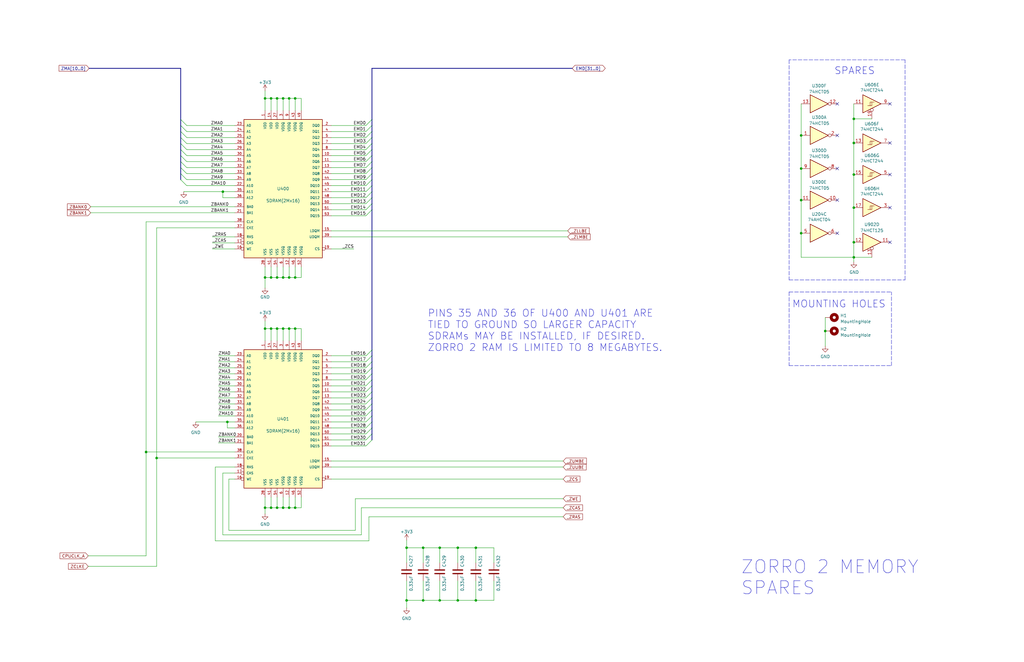
<source format=kicad_sch>
(kicad_sch (version 20211123) (generator eeschema)
  (paper "B")
  (title_block (title "Amiga N2630") (date "2022-05-31") (rev "2.0 QFP"))
  (lib_symbols
    (symbol "74xx:74HCT04"
      (property "Reference" "U" (at 0 1.27 0))
      (property "Value" "74HCT04" (at 0 -1.27 0))
      (symbol "74HCT04_1_0"
        (polyline (pts (xy -3.81 3.81) (xy -3.81 -3.81) (xy 3.81 0) (xy -3.81 3.81)) (stroke (width 0.254)) (fill (type background)))
        (pin input line (at -7.62 0 0) (length 3.81) (name "~") (number "1"))
        (pin output inverted (at 7.62 0 180) (length 3.81) (name "~") (number "2"))
      )
      (symbol "74HCT04_2_0"
        (polyline (pts (xy -3.81 3.81) (xy -3.81 -3.81) (xy 3.81 0) (xy -3.81 3.81)) (stroke (width 0.254)) (fill (type background)))
        (pin input line (at -7.62 0 0) (length 3.81) (name "~") (number "3"))
        (pin output inverted (at 7.62 0 180) (length 3.81) (name "~") (number "4"))
      )
      (symbol "74HCT04_3_0"
        (polyline (pts (xy -3.81 3.81) (xy -3.81 -3.81) (xy 3.81 0) (xy -3.81 3.81)) (stroke (width 0.254)) (fill (type background)))
        (pin input line (at -7.62 0 0) (length 3.81) (name "~") (number "5"))
        (pin output inverted (at 7.62 0 180) (length 3.81) (name "~") (number "6"))
      )
      (symbol "74HCT04_4_0"
        (polyline (pts (xy -3.81 3.81) (xy -3.81 -3.81) (xy 3.81 0) (xy -3.81 3.81)) (stroke (width 0.254)) (fill (type background)))
        (pin output inverted (at 7.62 0 180) (length 3.81) (name "~") (number "8"))
        (pin input line (at -7.62 0 0) (length 3.81) (name "~") (number "9"))
      )
      (symbol "74HCT04_5_0"
        (polyline (pts (xy -3.81 3.81) (xy -3.81 -3.81) (xy 3.81 0) (xy -3.81 3.81)) (stroke (width 0.254)) (fill (type background)))
        (pin output inverted (at 7.62 0 180) (length 3.81) (name "~") (number "10"))
        (pin input line (at -7.62 0 0) (length 3.81) (name "~") (number "11"))
      )
      (symbol "74HCT04_6_0"
        (polyline (pts (xy -3.81 3.81) (xy -3.81 -3.81) (xy 3.81 0) (xy -3.81 3.81)) (stroke (width 0.254)) (fill (type background)))
        (pin output inverted (at 7.62 0 180) (length 3.81) (name "~") (number "12"))
        (pin input line (at -7.62 0 0) (length 3.81) (name "~") (number "13"))
      )
      (symbol "74HCT04_7_0"
        (pin power_in line (at 0 12.7 270) (length 5.08) (name "VCC") (number "14"))
        (pin power_in line (at 0 -12.7 90) (length 5.08) (name "GND") (number "7"))
      )
      (symbol "74HCT04_7_1"
        (rectangle (start -5.08 7.62) (end 5.08 -7.62) (stroke (width 0.254)) (fill (type background)))
      )
    )
    (symbol "74xx:74LS05" (pin_names (offset 1.016))
      (property "Reference" "U" (at 0 1.27 0))
      (property "Value" "74LS05" (at 0 -1.27 0))
      (symbol "74LS05_1_0"
        (polyline (pts (xy -3.81 3.81) (xy -3.81 -3.81) (xy 3.81 0) (xy -3.81 3.81)) (stroke (width 0.254)) (fill (type background)))
        (pin input line (at -7.62 0 0) (length 3.81) (name "~") (number "1"))
        (pin open_collector inverted (at 7.62 0 180) (length 3.81) (name "~") (number "2"))
      )
      (symbol "74LS05_2_0"
        (polyline (pts (xy -3.81 3.81) (xy -3.81 -3.81) (xy 3.81 0) (xy -3.81 3.81)) (stroke (width 0.254)) (fill (type background)))
        (pin input line (at -7.62 0 0) (length 3.81) (name "~") (number "3"))
        (pin open_collector inverted (at 7.62 0 180) (length 3.81) (name "~") (number "4"))
      )
      (symbol "74LS05_3_0"
        (polyline (pts (xy -3.81 3.81) (xy -3.81 -3.81) (xy 3.81 0) (xy -3.81 3.81)) (stroke (width 0.254)) (fill (type background)))
        (pin input line (at -7.62 0 0) (length 3.81) (name "~") (number "5"))
        (pin open_collector inverted (at 7.62 0 180) (length 3.81) (name "~") (number "6"))
      )
      (symbol "74LS05_4_0"
        (polyline (pts (xy -3.81 3.81) (xy -3.81 -3.81) (xy 3.81 0) (xy -3.81 3.81)) (stroke (width 0.254)) (fill (type background)))
        (pin open_collector inverted (at 7.62 0 180) (length 3.81) (name "~") (number "8"))
        (pin input line (at -7.62 0 0) (length 3.81) (name "~") (number "9"))
      )
      (symbol "74LS05_5_0"
        (polyline (pts (xy -3.81 3.81) (xy -3.81 -3.81) (xy 3.81 0) (xy -3.81 3.81)) (stroke (width 0.254)) (fill (type background)))
        (pin open_collector inverted (at 7.62 0 180) (length 3.81) (name "~") (number "10"))
        (pin input line (at -7.62 0 0) (length 3.81) (name "~") (number "11"))
      )
      (symbol "74LS05_6_0"
        (polyline (pts (xy -3.81 3.81) (xy -3.81 -3.81) (xy 3.81 0) (xy -3.81 3.81)) (stroke (width 0.254)) (fill (type background)))
        (pin open_collector inverted (at 7.62 0 180) (length 3.81) (name "~") (number "12"))
        (pin input line (at -7.62 0 0) (length 3.81) (name "~") (number "13"))
      )
      (symbol "74LS05_7_0"
        (pin power_in line (at 0 12.7 270) (length 5.08) (name "VCC") (number "14"))
        (pin power_in line (at 0 -12.7 90) (length 5.08) (name "GND") (number "7"))
      )
      (symbol "74LS05_7_1"
        (rectangle (start -5.08 7.62) (end 5.08 -7.62) (stroke (width 0.254)) (fill (type background)))
      )
    )
    (symbol "74xx:74LS125" (pin_names (offset 1.016))
      (property "Reference" "U" (at 0 1.27 0))
      (property "Value" "74LS125" (at 0 -1.27 0))
      (symbol "74LS125_1_0"
        (polyline (pts (xy -3.81 3.81) (xy -3.81 -3.81) (xy 3.81 0) (xy -3.81 3.81)) (stroke (width 0.254)) (fill (type background)))
        (pin input inverted (at 0 -6.35 90) (length 4.445) (name "~") (number "1"))
        (pin input line (at -7.62 0 0) (length 3.81) (name "~") (number "2"))
        (pin tri_state line (at 7.62 0 180) (length 3.81) (name "~") (number "3"))
      )
      (symbol "74LS125_2_0"
        (polyline (pts (xy -3.81 3.81) (xy -3.81 -3.81) (xy 3.81 0) (xy -3.81 3.81)) (stroke (width 0.254)) (fill (type background)))
        (pin input inverted (at 0 -6.35 90) (length 4.445) (name "~") (number "4"))
        (pin input line (at -7.62 0 0) (length 3.81) (name "~") (number "5"))
        (pin tri_state line (at 7.62 0 180) (length 3.81) (name "~") (number "6"))
      )
      (symbol "74LS125_3_0"
        (polyline (pts (xy -3.81 3.81) (xy -3.81 -3.81) (xy 3.81 0) (xy -3.81 3.81)) (stroke (width 0.254)) (fill (type background)))
        (pin input inverted (at 0 -6.35 90) (length 4.445) (name "~") (number "10"))
        (pin tri_state line (at 7.62 0 180) (length 3.81) (name "~") (number "8"))
        (pin input line (at -7.62 0 0) (length 3.81) (name "~") (number "9"))
      )
      (symbol "74LS125_4_0"
        (polyline (pts (xy -3.81 3.81) (xy -3.81 -3.81) (xy 3.81 0) (xy -3.81 3.81)) (stroke (width 0.254)) (fill (type background)))
        (pin tri_state line (at 7.62 0 180) (length 3.81) (name "~") (number "11"))
        (pin input line (at -7.62 0 0) (length 3.81) (name "~") (number "12"))
        (pin input inverted (at 0 -6.35 90) (length 4.445) (name "~") (number "13"))
      )
      (symbol "74LS125_5_0"
        (pin power_in line (at 0 12.7 270) (length 5.08) (name "VCC") (number "14"))
        (pin power_in line (at 0 -12.7 90) (length 5.08) (name "GND") (number "7"))
      )
      (symbol "74LS125_5_1"
        (rectangle (start -5.08 7.62) (end 5.08 -7.62) (stroke (width 0.254)) (fill (type background)))
      )
    )
    (symbol "74xx:74LS244_Split"
      (property "Reference" "U" (at 0 1.27 0))
      (property "Value" "74LS244_Split" (at 0 -1.27 0))
      (symbol "74LS244_Split_1_0"
        (polyline (pts (xy -3.81 3.81) (xy -3.81 -3.81) (xy 3.81 0) (xy -3.81 3.81)) (stroke (width 0.254)) (fill (type background)))
        (pin input inverted (at 0 -6.35 90) (length 4.445) (name "~") (number "1"))
        (pin tri_state line (at 7.62 0 180) (length 3.81) (name "~") (number "18"))
        (pin input line (at -7.62 0 0) (length 3.81) (name "~") (number "2"))
      )
      (symbol "74LS244_Split_1_1"
        (polyline (pts (xy 0 0.762) (xy 0 -0.762) (xy -1.778 -0.762)))
        (polyline (pts (xy 1.016 0.762) (xy -0.762 0.762) (xy -0.762 -0.762)))
      )
      (symbol "74LS244_Split_2_0"
        (polyline (pts (xy -3.81 3.81) (xy -3.81 -3.81) (xy 3.81 0) (xy -3.81 3.81)) (stroke (width 0.254)) (fill (type background)))
        (pin tri_state line (at 7.62 0 180) (length 3.81) (name "~") (number "16"))
        (pin input line (at -7.62 0 0) (length 3.81) (name "~") (number "4"))
      )
      (symbol "74LS244_Split_2_1"
        (polyline (pts (xy 0 0.762) (xy 0 -0.762) (xy -1.778 -0.762)))
        (polyline (pts (xy 1.016 0.762) (xy -0.762 0.762) (xy -0.762 -0.762)))
      )
      (symbol "74LS244_Split_3_0"
        (polyline (pts (xy -3.81 3.81) (xy -3.81 -3.81) (xy 3.81 0) (xy -3.81 3.81)) (stroke (width 0.254)) (fill (type background)))
        (pin tri_state line (at 7.62 0 180) (length 3.81) (name "~") (number "14"))
        (pin input line (at -7.62 0 0) (length 3.81) (name "~") (number "6"))
      )
      (symbol "74LS244_Split_3_1"
        (polyline (pts (xy 0 0.762) (xy 0 -0.762) (xy -1.778 -0.762)))
        (polyline (pts (xy 1.016 0.762) (xy -0.762 0.762) (xy -0.762 -0.762)))
      )
      (symbol "74LS244_Split_4_0"
        (polyline (pts (xy -3.81 3.81) (xy -3.81 -3.81) (xy 3.81 0) (xy -3.81 3.81)) (stroke (width 0.254)) (fill (type background)))
        (pin tri_state line (at 7.62 0 180) (length 3.81) (name "~") (number "12"))
        (pin input line (at -7.62 0 0) (length 3.81) (name "~") (number "8"))
      )
      (symbol "74LS244_Split_4_1"
        (polyline (pts (xy 0 0.762) (xy 0 -0.762) (xy -1.778 -0.762)))
        (polyline (pts (xy 1.016 0.762) (xy -0.762 0.762) (xy -0.762 -0.762)))
      )
      (symbol "74LS244_Split_5_0"
        (polyline (pts (xy -3.81 3.81) (xy -3.81 -3.81) (xy 3.81 0) (xy -3.81 3.81)) (stroke (width 0.254)) (fill (type background)))
        (pin input line (at -7.62 0 0) (length 3.81) (name "~") (number "11"))
        (pin input inverted (at 0 -6.35 90) (length 4.445) (name "~") (number "19"))
        (pin tri_state line (at 7.62 0 180) (length 3.81) (name "~") (number "9"))
      )
      (symbol "74LS244_Split_5_1"
        (polyline (pts (xy 0 0.762) (xy 0 -0.762) (xy -1.778 -0.762)))
        (polyline (pts (xy 1.016 0.762) (xy -0.762 0.762) (xy -0.762 -0.762)))
      )
      (symbol "74LS244_Split_6_0"
        (polyline (pts (xy -3.81 3.81) (xy -3.81 -3.81) (xy 3.81 0) (xy -3.81 3.81)) (stroke (width 0.254)) (fill (type background)))
        (pin input line (at -7.62 0 0) (length 3.81) (name "~") (number "13"))
        (pin tri_state line (at 7.62 0 180) (length 3.81) (name "~") (number "7"))
      )
      (symbol "74LS244_Split_6_1"
        (polyline (pts (xy 0 0.762) (xy 0 -0.762) (xy -1.778 -0.762)))
        (polyline (pts (xy 1.016 0.762) (xy -0.762 0.762) (xy -0.762 -0.762)))
      )
      (symbol "74LS244_Split_7_0"
        (polyline (pts (xy -3.81 3.81) (xy -3.81 -3.81) (xy 3.81 0) (xy -3.81 3.81)) (stroke (width 0.254)) (fill (type background)))
        (pin input line (at -7.62 0 0) (length 3.81) (name "~") (number "15"))
        (pin tri_state line (at 7.62 0 180) (length 3.81) (name "~") (number "5"))
      )
      (symbol "74LS244_Split_7_1"
        (polyline (pts (xy 0 0.762) (xy 0 -0.762) (xy -1.778 -0.762)))
        (polyline (pts (xy 1.016 0.762) (xy -0.762 0.762) (xy -0.762 -0.762)))
      )
      (symbol "74LS244_Split_8_0"
        (polyline (pts (xy -3.81 3.81) (xy -3.81 -3.81) (xy 3.81 0) (xy -3.81 3.81)) (stroke (width 0.254)) (fill (type background)))
        (pin input line (at -7.62 0 0) (length 3.81) (name "~") (number "17"))
        (pin tri_state line (at 7.62 0 180) (length 3.81) (name "~") (number "3"))
      )
      (symbol "74LS244_Split_8_1"
        (polyline (pts (xy 0 0.762) (xy 0 -0.762) (xy -1.778 -0.762)))
        (polyline (pts (xy 1.016 0.762) (xy -0.762 0.762) (xy -0.762 -0.762)))
      )
      (symbol "74LS244_Split_9_0"
        (pin power_in line (at 0 -12.7 90) (length 5.08) (name "GND") (number "10"))
        (pin power_in line (at 0 12.7 270) (length 5.08) (name "VCC") (number "20"))
      )
      (symbol "74LS244_Split_9_1"
        (rectangle (start -5.08 7.62) (end 5.08 -7.62) (stroke (width 0.254)) (fill (type background)))
      )
    )
    (symbol "Device:C" (pin_numbers hide) (pin_names (offset 0.254))
      (property "Reference" "C" (at 0.635 2.54 0))
      (property "Value" "C" (at 0.635 -2.54 0))
      (symbol "C_0_1"
        (polyline (pts (xy -2.032 -0.762) (xy 2.032 -0.762)) (stroke (width 0.508)))
        (polyline (pts (xy -2.032 0.762) (xy 2.032 0.762)) (stroke (width 0.508)))
      )
      (symbol "C_1_1"
        (pin passive line (at 0 3.81 270) (length 2.794) (name "~") (number "1"))
        (pin passive line (at 0 -3.81 90) (length 2.794) (name "~") (number "2"))
      )
    )
    (symbol "Mechanical:MountingHole_Pad" (pin_numbers hide) (pin_names (offset 1.016) hide)
      (property "Reference" "H" (at 0 6.35 0))
      (property "Value" "MountingHole_Pad" (at 0 4.445 0))
      (symbol "MountingHole_Pad_0_1"
        (circle (center 0 1.27) (radius 1.27) (stroke (width 1.27)))
      )
      (symbol "MountingHole_Pad_1_1"
        (pin input line (at 0 -2.54 90) (length 2.54) (name "1") (number "1"))
      )
    )
    (symbol "N2630:SDRAM_256MB(16Mx16)" (pin_names (offset 1.016))
      (property "Reference" "U" (at -1.27 3.81 0))
      (property "Value" "SDRAM_256MB(16Mx16)" (at 0 -3.81 0))
      (symbol "SDRAM_256MB(16Mx16)_0_0"
        (pin input line (at -20.32 -3.81 0) (length 3.81) (name "A12") (number "36"))
      )
      (symbol "SDRAM_256MB(16Mx16)_0_1"
        (rectangle (start -16.51 29.21) (end 16.51 -29.21) (stroke (width 0.254)) (fill (type background)))
      )
      (symbol "SDRAM_256MB(16Mx16)_1_1"
        (pin power_in line (at -7.62 33.02 270) (length 3.81) (name "VDD") (number "1"))
        (pin bidirectional line (at 20.32 13.97 180) (length 3.81) (name "DQ5") (number "10"))
        (pin bidirectional line (at 20.32 11.43 180) (length 3.81) (name "DQ6") (number "11"))
        (pin power_in line (at 2.54 -33.02 90) (length 3.81) (name "VSSQ") (number "12"))
        (pin bidirectional line (at 20.32 8.89 180) (length 3.81) (name "DQ7") (number "13"))
        (pin power_in line (at -5.08 33.02 270) (length 3.81) (name "VDD") (number "14"))
        (pin input line (at 20.32 -17.78 180) (length 3.81) (name "LDQM") (number "15"))
        (pin input inverted (at -20.32 -25.4 0) (length 3.81) (name "WE") (number "16"))
        (pin input inverted (at -20.32 -22.86 0) (length 3.81) (name "CAS") (number "17"))
        (pin input inverted (at -20.32 -20.32 0) (length 3.81) (name "RAS") (number "18"))
        (pin input inverted (at 20.32 -25.4 180) (length 3.81) (name "CS") (number "19"))
        (pin bidirectional line (at 20.32 26.67 180) (length 3.81) (name "DQ0") (number "2"))
        (pin input line (at -20.32 -7.62 0) (length 3.81) (name "BA0") (number "20"))
        (pin input line (at -20.32 -10.16 0) (length 3.81) (name "BA1") (number "21"))
        (pin input line (at -20.32 1.27 0) (length 3.81) (name "A10") (number "22"))
        (pin input line (at -20.32 26.67 0) (length 3.81) (name "A0") (number "23"))
        (pin input line (at -20.32 24.13 0) (length 3.81) (name "A1") (number "24"))
        (pin input line (at -20.32 21.59 0) (length 3.81) (name "A2") (number "25"))
        (pin input line (at -20.32 19.05 0) (length 3.81) (name "A3") (number "26"))
        (pin power_in line (at -2.54 33.02 270) (length 3.81) (name "VDD") (number "27"))
        (pin power_in line (at -7.62 -33.02 90) (length 3.81) (name "VSS") (number "28"))
        (pin input line (at -20.32 16.51 0) (length 3.81) (name "A4") (number "29"))
        (pin power_in line (at 0 33.02 270) (length 3.81) (name "VDDQ") (number "3"))
        (pin input line (at -20.32 13.97 0) (length 3.81) (name "A5") (number "30"))
        (pin input line (at -20.32 11.43 0) (length 3.81) (name "A6") (number "31"))
        (pin input line (at -20.32 8.89 0) (length 3.81) (name "A7") (number "32"))
        (pin input line (at -20.32 6.35 0) (length 3.81) (name "A8") (number "33"))
        (pin input line (at -20.32 3.81 0) (length 3.81) (name "A9") (number "34"))
        (pin input line (at -20.32 -1.27 0) (length 3.81) (name "A11") (number "35"))
        (pin input line (at -20.32 -16.51 0) (length 3.81) (name "CKE") (number "37"))
        (pin input line (at -20.32 -13.97 0) (length 3.81) (name "CLK") (number "38"))
        (pin input line (at 20.32 -20.32 180) (length 3.81) (name "UDQM") (number "39"))
        (pin bidirectional line (at 20.32 24.13 180) (length 3.81) (name "DQ1") (number "4"))
        (pin power_in line (at -5.08 -33.02 90) (length 3.81) (name "VSS") (number "41"))
        (pin bidirectional line (at 20.32 6.35 180) (length 3.81) (name "DQ8") (number "42"))
        (pin power_in line (at 5.08 33.02 270) (length 3.81) (name "VDDQ") (number "43"))
        (pin bidirectional line (at 20.32 3.81 180) (length 3.81) (name "DQ9") (number "44"))
        (pin bidirectional line (at 20.32 1.27 180) (length 3.81) (name "DQ10") (number "45"))
        (pin power_in line (at 5.08 -33.02 90) (length 3.81) (name "VSSQ") (number "46"))
        (pin bidirectional line (at 20.32 -1.27 180) (length 3.81) (name "DQ11") (number "47"))
        (pin bidirectional line (at 20.32 -3.81 180) (length 3.81) (name "DQ12") (number "48"))
        (pin power_in line (at 7.62 33.02 270) (length 3.81) (name "VDDQ") (number "49"))
        (pin bidirectional line (at 20.32 21.59 180) (length 3.81) (name "DQ2") (number "5"))
        (pin bidirectional line (at 20.32 -6.35 180) (length 3.81) (name "DQ13") (number "50"))
        (pin bidirectional line (at 20.32 -8.89 180) (length 3.81) (name "DQ14") (number "51"))
        (pin power_in line (at 7.62 -33.02 90) (length 3.81) (name "VSSQ") (number "52"))
        (pin bidirectional line (at 20.32 -11.43 180) (length 3.81) (name "DQ15") (number "53"))
        (pin power_in line (at -2.54 -33.02 90) (length 3.81) (name "VSS") (number "54"))
        (pin power_in line (at 0 -33.02 90) (length 3.81) (name "VSSQ") (number "6"))
        (pin bidirectional line (at 20.32 19.05 180) (length 3.81) (name "DQ3") (number "7"))
        (pin bidirectional line (at 20.32 16.51 180) (length 3.81) (name "DQ4") (number "8"))
        (pin power_in line (at 2.54 33.02 270) (length 3.81) (name "VDDQ") (number "9"))
      )
    )
    (symbol "power:+3.3V" (power) (pin_names (offset 0))
      (property "Value" "+3.3V" (at 0 3.556 0))
      (symbol "+3.3V_0_1"
        (polyline (pts (xy -0.762 1.27) (xy 0 2.54)))
        (polyline (pts (xy 0 0) (xy 0 2.54)))
        (polyline (pts (xy 0 2.54) (xy 0.762 1.27)))
      )
      (symbol "+3.3V_1_1"
        (pin power_in line (at 0 0 90) (length 0) hide (name "+3V3") (number "1"))
      )
    )
    (symbol "power:GND" (power) (pin_names (offset 0))
      (property "Value" "GND" (at 0 -3.81 0))
      (symbol "GND_0_1"
        (polyline (pts (xy 0 0) (xy 0 -1.27) (xy 1.27 -1.27) (xy 0 -2.54) (xy -1.27 -1.27) (xy 0 -1.27)))
      )
      (symbol "GND_1_1"
        (pin power_in line (at 0 0 270) (length 0) hide (name "GND") (number "1"))
      )
    )
  )
  (junction (at 171.45 253.365))
  (junction (at 119.38 138.684))
  (junction (at 360.045 108.585))
  (junction (at 121.92 41.529))
  (junction (at 111.76 117.094))
  (junction (at 111.76 138.684))
  (junction (at 171.45 231.14))
  (junction (at 193.04 231.14))
  (junction (at 124.46 41.529))
  (junction (at 178.435 231.14))
  (junction (at 95.885 178.054))
  (junction (at 114.3 214.249))
  (junction (at 114.3 117.094))
  (junction (at 111.76 41.529))
  (junction (at 116.84 41.529))
  (junction (at 93.98 80.899))
  (junction (at 178.435 253.365))
  (junction (at 114.3 138.684))
  (junction (at 200.66 253.365))
  (junction (at 360.045 87.63))
  (junction (at 121.92 138.684))
  (junction (at 61.595 190.754))
  (junction (at 119.38 117.094))
  (junction (at 116.84 117.094))
  (junction (at 114.3 41.529))
  (junction (at 116.84 214.249))
  (junction (at 116.84 138.684))
  (junction (at 360.045 60.325))
  (junction (at 337.82 84.455))
  (junction (at 360.045 102.235))
  (junction (at 337.82 98.425))
  (junction (at 337.82 57.15))
  (junction (at 124.46 138.684))
  (junction (at 124.46 117.094))
  (junction (at 124.46 214.249))
  (junction (at 185.42 253.365))
  (junction (at 347.98 139.7))
  (junction (at 119.38 41.529))
  (junction (at 200.66 231.14))
  (junction (at 360.045 50.165))
  (junction (at 119.38 214.249))
  (junction (at 111.76 214.249))
  (junction (at 66.04 193.294))
  (junction (at 337.82 71.12))
  (junction (at 121.92 214.249))
  (junction (at 360.045 73.66))
  (junction (at 121.92 117.094))
  (junction (at 185.42 231.14))
  (junction (at 193.04 253.365))
  (no_connect (at 375.285 102.235))
  (no_connect (at 375.285 43.815))
  (no_connect (at 375.285 87.63))
  (no_connect (at 375.285 60.325))
  (no_connect (at 375.285 73.66))
  (no_connect (at 353.06 43.815))
  (no_connect (at 353.06 98.425))
  (no_connect (at 353.06 71.12))
  (no_connect (at 353.06 57.15))
  (no_connect (at 353.06 84.455))
  (bus_entry (at 154.305 152.654) (size 2.54 -2.54))
  (bus_entry (at 154.305 55.499) (size 2.54 -2.54))
  (bus_entry (at 154.305 175.514) (size 2.54 -2.54))
  (bus_entry (at 154.305 185.674) (size 2.54 -2.54))
  (bus_entry (at 154.305 65.659) (size 2.54 -2.54))
  (bus_entry (at 154.305 91.059) (size 2.54 -2.54))
  (bus_entry (at 154.305 157.734) (size 2.54 -2.54))
  (bus_entry (at 154.305 75.819) (size 2.54 -2.54))
  (bus_entry (at 154.305 188.214) (size 2.54 -2.54))
  (bus_entry (at 154.305 70.739) (size 2.54 -2.54))
  (bus_entry (at 154.305 165.354) (size 2.54 -2.54))
  (bus_entry (at 154.305 178.054) (size 2.54 -2.54))
  (bus_entry (at 154.305 80.899) (size 2.54 -2.54))
  (bus_entry (at 154.305 160.274) (size 2.54 -2.54))
  (bus_entry (at 154.305 162.814) (size 2.54 -2.54))
  (bus_entry (at 154.305 68.199) (size 2.54 -2.54))
  (bus_entry (at 154.305 58.039) (size 2.54 -2.54))
  (bus_entry (at 154.305 183.134) (size 2.54 -2.54))
  (bus_entry (at 154.305 85.979) (size 2.54 -2.54))
  (bus_entry (at 154.305 170.434) (size 2.54 -2.54))
  (bus_entry (at 154.432 150.114) (size 2.54 -2.54))
  (bus_entry (at 154.305 155.194) (size 2.54 -2.54))
  (bus_entry (at 154.305 180.594) (size 2.54 -2.54))
  (bus_entry (at 154.305 60.579) (size 2.54 -2.54))
  (bus_entry (at 154.305 73.279) (size 2.54 -2.54))
  (bus_entry (at 154.305 172.974) (size 2.54 -2.54))
  (bus_entry (at 154.305 88.519) (size 2.54 -2.54))
  (bus_entry (at 154.305 83.439) (size 2.54 -2.54))
  (bus_entry (at 154.305 52.959) (size 2.54 -2.54))
  (bus_entry (at 78.74 52.959) (size -2.54 -2.54))
  (bus_entry (at 78.74 55.499) (size -2.54 -2.54))
  (bus_entry (at 78.74 58.039) (size -2.54 -2.54))
  (bus_entry (at 78.74 60.579) (size -2.54 -2.54))
  (bus_entry (at 78.74 63.119) (size -2.54 -2.54))
  (bus_entry (at 78.74 70.739) (size -2.54 -2.54))
  (bus_entry (at 78.74 73.279) (size -2.54 -2.54))
  (bus_entry (at 78.74 75.819) (size -2.54 -2.54))
  (bus_entry (at 78.74 78.359) (size -2.54 -2.54))
  (bus_entry (at 78.74 68.199) (size -2.54 -2.54))
  (bus_entry (at 78.74 65.659) (size -2.54 -2.54))
  (bus_entry (at 154.305 78.359) (size 2.54 -2.54))
  (bus_entry (at 154.305 167.894) (size 2.54 -2.54))
  (bus_entry (at 154.305 63.119) (size 2.54 -2.54))
  (wire (pts (xy 92.075 165.354) (xy 99.06 165.354)))
  (wire (pts (xy 367.665 50.165) (xy 360.045 50.165)))
  (wire (pts (xy 139.7 162.814) (xy 154.305 162.814)))
  (wire (pts (xy 66.04 193.294) (xy 66.04 96.139)))
  (wire (pts (xy 93.98 199.644) (xy 93.98 225.679)))
  (wire (pts (xy 78.74 58.039) (xy 99.06 58.039)))
  (wire (pts (xy 111.76 214.249) (xy 114.3 214.249)))
  (bus (pts (xy 156.845 85.979) (xy 156.845 83.439)))
  (wire (pts (xy 139.7 160.274) (xy 154.305 160.274)))
  (wire (pts (xy 208.28 253.365) (xy 208.28 245.11)))
  (wire (pts (xy 121.92 138.684) (xy 121.92 143.764)))
  (wire (pts (xy 92.075 172.974) (xy 99.06 172.974)))
  (wire (pts (xy 121.92 209.804) (xy 121.92 214.249)))
  (wire (pts (xy 114.3 41.529) (xy 116.84 41.529)))
  (wire (pts (xy 127 209.804) (xy 127 214.249)))
  (wire (pts (xy 337.82 57.15) (xy 337.82 71.12)))
  (wire (pts (xy 78.74 78.359) (xy 99.06 78.359)))
  (wire (pts (xy 139.7 172.974) (xy 154.305 172.974)))
  (wire (pts (xy 139.7 180.594) (xy 154.305 180.594)))
  (wire (pts (xy 119.38 117.094) (xy 121.92 117.094)))
  (wire (pts (xy 116.84 138.684) (xy 116.84 143.764)))
  (wire (pts (xy 149.86 210.439) (xy 237.49 210.439)))
  (wire (pts (xy 114.3 138.684) (xy 116.84 138.684)))
  (wire (pts (xy 78.74 70.739) (xy 99.06 70.739)))
  (wire (pts (xy 124.46 112.649) (xy 124.46 117.094)))
  (wire (pts (xy 121.92 214.249) (xy 124.46 214.249)))
  (wire (pts (xy 116.84 112.649) (xy 116.84 117.094)))
  (wire (pts (xy 119.38 214.249) (xy 121.92 214.249)))
  (wire (pts (xy 96.52 223.774) (xy 149.86 223.774)))
  (wire (pts (xy 171.45 253.365) (xy 171.45 256.54)))
  (bus (pts (xy 37.592 28.829) (xy 76.2 28.829)))
  (bus (pts (xy 156.845 28.829) (xy 241.3 28.829)))
  (bus (pts (xy 76.2 68.199) (xy 76.2 65.659)))
  (bus (pts (xy 156.845 160.274) (xy 156.845 157.734)))
  (wire (pts (xy 111.76 46.609) (xy 111.76 41.529)))
  (bus (pts (xy 156.845 55.499) (xy 156.845 52.959)))
  (wire (pts (xy 95.885 178.054) (xy 99.06 178.054)))
  (bus (pts (xy 156.845 83.439) (xy 156.845 80.899)))
  (wire (pts (xy 171.45 253.365) (xy 178.435 253.365)))
  (wire (pts (xy 139.7 105.029) (xy 149.225 105.029)))
  (wire (pts (xy 78.74 73.279) (xy 99.06 73.279)))
  (bus (pts (xy 76.2 70.739) (xy 76.2 68.199)))
  (wire (pts (xy 360.045 108.585) (xy 360.045 110.49)))
  (wire (pts (xy 337.82 84.455) (xy 337.82 98.425)))
  (wire (pts (xy 208.28 231.14) (xy 200.66 231.14)))
  (wire (pts (xy 139.7 91.059) (xy 154.305 91.059)))
  (wire (pts (xy 139.7 185.674) (xy 154.305 185.674)))
  (wire (pts (xy 200.66 253.365) (xy 200.66 245.11)))
  (wire (pts (xy 193.04 237.49) (xy 193.04 231.14)))
  (wire (pts (xy 139.7 157.734) (xy 154.305 157.734)))
  (wire (pts (xy 337.82 43.815) (xy 337.82 57.15)))
  (wire (pts (xy 96.52 202.184) (xy 96.52 223.774)))
  (wire (pts (xy 99.06 93.599) (xy 61.595 93.599)))
  (wire (pts (xy 193.04 253.365) (xy 200.66 253.365)))
  (wire (pts (xy 124.46 138.684) (xy 124.46 143.764)))
  (wire (pts (xy 152.4 225.679) (xy 152.4 214.249)))
  (wire (pts (xy 78.74 52.959) (xy 99.06 52.959)))
  (bus (pts (xy 156.845 52.959) (xy 156.845 50.419)))
  (bus (pts (xy 156.845 178.054) (xy 156.845 175.514)))
  (wire (pts (xy 360.045 60.325) (xy 360.045 73.66)))
  (wire (pts (xy 111.76 117.094) (xy 111.76 121.539)))
  (bus (pts (xy 156.845 185.674) (xy 156.845 183.134)))
  (wire (pts (xy 139.7 167.894) (xy 154.305 167.894)))
  (bus (pts (xy 76.2 55.499) (xy 76.2 52.959)))
  (wire (pts (xy 139.7 152.654) (xy 154.305 152.654)))
  (wire (pts (xy 92.075 157.734) (xy 99.06 157.734)))
  (wire (pts (xy 200.66 231.14) (xy 193.04 231.14)))
  (wire (pts (xy 111.76 209.804) (xy 111.76 214.249)))
  (wire (pts (xy 139.7 65.659) (xy 154.305 65.659)))
  (wire (pts (xy 78.74 65.659) (xy 99.06 65.659)))
  (wire (pts (xy 116.84 138.684) (xy 119.38 138.684)))
  (wire (pts (xy 78.74 55.499) (xy 99.06 55.499)))
  (wire (pts (xy 99.06 199.644) (xy 93.98 199.644)))
  (wire (pts (xy 114.3 117.094) (xy 116.84 117.094)))
  (wire (pts (xy 139.7 78.359) (xy 154.305 78.359)))
  (bus (pts (xy 156.845 183.134) (xy 156.845 180.594)))
  (wire (pts (xy 360.045 73.66) (xy 360.045 87.63)))
  (wire (pts (xy 360.045 108.585) (xy 337.82 108.585)))
  (wire (pts (xy 90.805 228.219) (xy 155.575 228.219)))
  (polyline (pts (xy 332.74 25.273) (xy 332.74 118.11)))
  (bus (pts (xy 156.845 78.359) (xy 156.845 75.819)))
  (wire (pts (xy 92.075 160.274) (xy 99.06 160.274)))
  (polyline (pts (xy 375.92 154.305) (xy 375.92 123.19)))
  (bus (pts (xy 156.845 58.039) (xy 156.845 55.499)))
  (bus (pts (xy 156.845 165.354) (xy 156.845 162.814)))
  (wire (pts (xy 124.46 138.684) (xy 127 138.684)))
  (wire (pts (xy 178.435 245.11) (xy 178.435 253.365)))
  (bus (pts (xy 156.845 155.194) (xy 156.845 152.654)))
  (wire (pts (xy 61.595 93.599) (xy 61.595 190.754)))
  (wire (pts (xy 61.595 190.754) (xy 61.595 234.569)))
  (wire (pts (xy 139.7 85.979) (xy 154.305 85.979)))
  (bus (pts (xy 156.845 80.899) (xy 156.845 78.359)))
  (wire (pts (xy 200.66 253.365) (xy 208.28 253.365)))
  (polyline (pts (xy 381.635 25.273) (xy 332.74 25.273)))
  (wire (pts (xy 139.7 150.114) (xy 154.432 150.114)))
  (wire (pts (xy 139.7 55.499) (xy 154.305 55.499)))
  (wire (pts (xy 139.7 60.579) (xy 154.305 60.579)))
  (polyline (pts (xy 332.74 123.19) (xy 332.74 154.305)))
  (wire (pts (xy 139.7 73.279) (xy 154.305 73.279)))
  (wire (pts (xy 178.435 253.365) (xy 185.42 253.365)))
  (bus (pts (xy 156.845 73.279) (xy 156.845 70.739)))
  (wire (pts (xy 93.98 83.439) (xy 93.98 80.899)))
  (wire (pts (xy 360.045 43.815) (xy 360.045 50.165)))
  (bus (pts (xy 156.845 175.514) (xy 156.845 172.974)))
  (wire (pts (xy 152.4 214.249) (xy 237.49 214.249)))
  (wire (pts (xy 127 138.684) (xy 127 143.764)))
  (wire (pts (xy 78.74 63.119) (xy 99.06 63.119)))
  (bus (pts (xy 76.2 52.959) (xy 76.2 50.419)))
  (wire (pts (xy 89.535 105.029) (xy 99.06 105.029)))
  (wire (pts (xy 92.075 184.404) (xy 99.06 184.404)))
  (wire (pts (xy 139.7 197.104) (xy 237.49 197.104)))
  (wire (pts (xy 111.76 41.529) (xy 114.3 41.529)))
  (wire (pts (xy 92.075 186.944) (xy 99.06 186.944)))
  (wire (pts (xy 119.38 112.649) (xy 119.38 117.094)))
  (wire (pts (xy 89.535 102.489) (xy 99.06 102.489)))
  (wire (pts (xy 111.76 117.094) (xy 114.3 117.094)))
  (wire (pts (xy 116.84 117.094) (xy 119.38 117.094)))
  (wire (pts (xy 139.7 194.564) (xy 237.49 194.564)))
  (wire (pts (xy 61.595 190.754) (xy 99.06 190.754)))
  (wire (pts (xy 114.3 112.649) (xy 114.3 117.094)))
  (wire (pts (xy 171.45 245.11) (xy 171.45 253.365)))
  (wire (pts (xy 114.3 214.249) (xy 116.84 214.249)))
  (wire (pts (xy 139.7 165.354) (xy 154.305 165.354)))
  (wire (pts (xy 116.84 41.529) (xy 116.84 46.609)))
  (wire (pts (xy 139.7 68.199) (xy 154.305 68.199)))
  (wire (pts (xy 92.075 150.114) (xy 99.06 150.114)))
  (wire (pts (xy 111.76 214.249) (xy 111.76 216.789)))
  (wire (pts (xy 139.7 63.119) (xy 154.305 63.119)))
  (wire (pts (xy 119.38 138.684) (xy 121.92 138.684)))
  (wire (pts (xy 139.7 58.039) (xy 154.305 58.039)))
  (wire (pts (xy 139.7 183.134) (xy 154.305 183.134)))
  (wire (pts (xy 337.82 71.12) (xy 337.82 84.455)))
  (bus (pts (xy 156.845 180.594) (xy 156.845 178.054)))
  (wire (pts (xy 124.46 41.529) (xy 124.46 46.609)))
  (wire (pts (xy 66.04 193.294) (xy 99.06 193.294)))
  (wire (pts (xy 119.38 41.529) (xy 119.38 46.609)))
  (wire (pts (xy 193.04 253.365) (xy 193.04 245.11)))
  (wire (pts (xy 178.435 231.14) (xy 178.435 237.49)))
  (wire (pts (xy 111.76 135.509) (xy 111.76 138.684)))
  (wire (pts (xy 111.76 112.649) (xy 111.76 117.094)))
  (wire (pts (xy 99.06 197.104) (xy 90.805 197.104)))
  (wire (pts (xy 78.74 60.579) (xy 99.06 60.579)))
  (wire (pts (xy 139.7 202.184) (xy 237.49 202.184)))
  (wire (pts (xy 139.7 178.054) (xy 154.305 178.054)))
  (wire (pts (xy 139.7 83.439) (xy 154.305 83.439)))
  (bus (pts (xy 156.845 152.654) (xy 156.845 150.114)))
  (wire (pts (xy 347.98 133.985) (xy 347.98 139.7)))
  (wire (pts (xy 139.7 88.519) (xy 154.305 88.519)))
  (wire (pts (xy 99.06 180.594) (xy 95.885 180.594)))
  (bus (pts (xy 76.2 58.039) (xy 76.2 55.499)))
  (wire (pts (xy 185.42 231.14) (xy 178.435 231.14)))
  (wire (pts (xy 111.76 38.354) (xy 111.76 41.529)))
  (wire (pts (xy 92.075 162.814) (xy 99.06 162.814)))
  (wire (pts (xy 139.7 155.194) (xy 154.305 155.194)))
  (wire (pts (xy 200.66 237.49) (xy 200.66 231.14)))
  (bus (pts (xy 156.845 167.894) (xy 156.845 165.354)))
  (bus (pts (xy 156.845 172.974) (xy 156.845 170.434)))
  (wire (pts (xy 208.28 237.49) (xy 208.28 231.14)))
  (wire (pts (xy 185.42 245.11) (xy 185.42 253.365)))
  (wire (pts (xy 124.46 41.529) (xy 127 41.529)))
  (wire (pts (xy 92.075 167.894) (xy 99.06 167.894)))
  (wire (pts (xy 139.7 80.899) (xy 154.305 80.899)))
  (wire (pts (xy 178.435 231.14) (xy 171.45 231.14)))
  (wire (pts (xy 139.7 97.409) (xy 239.395 97.409)))
  (wire (pts (xy 78.74 75.819) (xy 99.06 75.819)))
  (wire (pts (xy 121.92 112.649) (xy 121.92 117.094)))
  (bus (pts (xy 156.845 150.114) (xy 156.845 88.519)))
  (wire (pts (xy 149.86 223.774) (xy 149.86 210.439)))
  (wire (pts (xy 111.76 143.764) (xy 111.76 138.684)))
  (wire (pts (xy 124.46 117.094) (xy 127 117.094)))
  (wire (pts (xy 360.045 50.165) (xy 360.045 60.325)))
  (wire (pts (xy 99.06 202.184) (xy 96.52 202.184)))
  (wire (pts (xy 139.7 70.739) (xy 154.305 70.739)))
  (bus (pts (xy 156.845 65.659) (xy 156.845 63.119)))
  (polyline (pts (xy 332.74 154.305) (xy 375.92 154.305)))
  (wire (pts (xy 114.3 209.804) (xy 114.3 214.249)))
  (bus (pts (xy 156.845 68.199) (xy 156.845 65.659)))
  (wire (pts (xy 99.06 83.439) (xy 93.98 83.439)))
  (bus (pts (xy 76.2 75.819) (xy 76.2 73.279)))
  (bus (pts (xy 76.2 65.659) (xy 76.2 63.119)))
  (polyline (pts (xy 332.74 118.11) (xy 381.635 118.11)))
  (wire (pts (xy 139.7 75.819) (xy 154.305 75.819)))
  (bus (pts (xy 156.845 170.434) (xy 156.845 167.894)))
  (bus (pts (xy 156.845 70.739) (xy 156.845 68.199)))
  (bus (pts (xy 76.2 60.579) (xy 76.2 58.039)))
  (wire (pts (xy 37.211 239.014) (xy 66.04 239.014)))
  (wire (pts (xy 92.075 155.194) (xy 99.06 155.194)))
  (wire (pts (xy 77.47 80.899) (xy 93.98 80.899)))
  (wire (pts (xy 121.92 41.529) (xy 124.46 41.529)))
  (wire (pts (xy 185.42 231.14) (xy 185.42 237.49)))
  (wire (pts (xy 119.38 209.804) (xy 119.38 214.249)))
  (wire (pts (xy 89.535 99.949) (xy 99.06 99.949)))
  (wire (pts (xy 92.075 175.514) (xy 99.06 175.514)))
  (wire (pts (xy 114.3 41.529) (xy 114.3 46.609)))
  (bus (pts (xy 156.845 88.519) (xy 156.845 85.979)))
  (wire (pts (xy 116.84 209.804) (xy 116.84 214.249)))
  (wire (pts (xy 121.92 138.684) (xy 124.46 138.684)))
  (wire (pts (xy 127 112.649) (xy 127 117.094)))
  (wire (pts (xy 171.45 231.14) (xy 171.45 237.49)))
  (bus (pts (xy 156.845 75.819) (xy 156.845 73.279)))
  (wire (pts (xy 92.075 152.654) (xy 99.06 152.654)))
  (wire (pts (xy 90.805 197.104) (xy 90.805 228.219)))
  (wire (pts (xy 66.04 96.139) (xy 99.06 96.139)))
  (wire (pts (xy 124.46 209.804) (xy 124.46 214.249)))
  (bus (pts (xy 156.845 50.419) (xy 156.845 28.829)))
  (wire (pts (xy 139.7 175.514) (xy 154.305 175.514)))
  (wire (pts (xy 93.98 80.899) (xy 99.06 80.899)))
  (wire (pts (xy 127 41.529) (xy 127 46.609)))
  (wire (pts (xy 185.42 253.365) (xy 193.04 253.365)))
  (wire (pts (xy 155.575 228.219) (xy 155.575 218.059)))
  (wire (pts (xy 193.04 231.14) (xy 185.42 231.14)))
  (wire (pts (xy 121.92 41.529) (xy 121.92 46.609)))
  (wire (pts (xy 37.211 234.569) (xy 61.595 234.569)))
  (wire (pts (xy 114.3 138.684) (xy 114.3 143.764)))
  (polyline (pts (xy 332.74 123.19) (xy 375.92 123.19)))
  (wire (pts (xy 360.045 108.585) (xy 367.665 108.585)))
  (wire (pts (xy 93.98 225.679) (xy 152.4 225.679)))
  (wire (pts (xy 347.98 139.7) (xy 347.98 146.05)))
  (polyline (pts (xy 381.635 118.11) (xy 381.635 25.273)))
  (bus (pts (xy 156.845 60.579) (xy 156.845 58.039)))
  (wire (pts (xy 38.227 87.249) (xy 99.06 87.249)))
  (wire (pts (xy 139.7 52.959) (xy 154.305 52.959)))
  (wire (pts (xy 360.045 87.63) (xy 360.045 102.235)))
  (wire (pts (xy 116.84 41.529) (xy 119.38 41.529)))
  (bus (pts (xy 76.2 63.119) (xy 76.2 60.579)))
  (wire (pts (xy 139.7 188.214) (xy 154.305 188.214)))
  (wire (pts (xy 82.55 178.054) (xy 95.885 178.054)))
  (wire (pts (xy 95.885 178.054) (xy 95.885 180.594)))
  (wire (pts (xy 139.7 99.949) (xy 239.395 99.949)))
  (wire (pts (xy 92.075 170.434) (xy 99.06 170.434)))
  (wire (pts (xy 139.7 170.434) (xy 154.305 170.434)))
  (wire (pts (xy 155.575 218.059) (xy 237.49 218.059)))
  (bus (pts (xy 76.2 50.419) (xy 76.2 28.829)))
  (wire (pts (xy 171.45 227.965) (xy 171.45 231.14)))
  (wire (pts (xy 121.92 117.094) (xy 124.46 117.094)))
  (bus (pts (xy 156.845 157.734) (xy 156.845 155.194)))
  (wire (pts (xy 119.38 41.529) (xy 121.92 41.529)))
  (bus (pts (xy 156.845 162.814) (xy 156.845 160.274)))
  (bus (pts (xy 156.845 63.119) (xy 156.845 60.579)))
  (wire (pts (xy 337.82 98.425) (xy 337.82 108.585)))
  (wire (pts (xy 119.38 138.684) (xy 119.38 143.764)))
  (bus (pts (xy 76.2 73.279) (xy 76.2 70.739)))
  (wire (pts (xy 99.06 89.789) (xy 38.227 89.789)))
  (wire (pts (xy 116.84 214.249) (xy 119.38 214.249)))
  (wire (pts (xy 111.76 138.684) (xy 114.3 138.684)))
  (wire (pts (xy 78.74 68.199) (xy 99.06 68.199)))
  (wire (pts (xy 360.045 102.235) (xy 360.045 108.585)))
  (wire (pts (xy 124.46 214.249) (xy 127 214.249)))
  (wire (pts (xy 66.04 239.014) (xy 66.04 193.294)))
  (text "ZORRO 2 MEMORY\nSPARES" (at 312.42 251.46 0) (effects (font (size 5.5 5.5)) (justify left bottom)))
  (text "MOUNTING HOLES" (at 334.01 130.175 0) (effects (font (size 3 3)) (justify left bottom)))
  (text "PINS 35 AND 36 OF U400 AND U401 ARE\nTIED TO GROUND SO LARGER CAPACITY \nSDRAMs MAY BE INSTALLED, IF DESIRED.\nZORRO 2 RAM IS LIMITED TO 8 MEGABYTES." (at 180.34 148.59 0) (effects (font (size 3 3)) (justify left bottom)))
  (text "SPARES" (at 351.79 31.75 0) (effects (font (size 2.9972 2.9972)) (justify left bottom)))
  (label "ZMA8" (at 88.9 73.279 0))
  (label "ZMA1" (at 88.9 55.499 0))
  (label "EMD9" (at 154.305 75.819 180))
  (label "ZMA3" (at 92.075 157.734 0))
  (label "ZMA9" (at 88.9 75.819 0))
  (label "EMD28" (at 154.305 180.594 180))
  (label "EMD25" (at 154.305 172.974 180))
  (label "ZMA8" (at 92.075 170.434 0))
  (label "ZMA9" (at 92.075 172.974 0))
  (label "EMD7" (at 154.305 70.739 180))
  (label "ZMA10" (at 92.075 175.514 0))
  (label "ZMA2" (at 88.9 58.039 0))
  (label "ZBANK1" (at 88.9 89.789 0))
  (label "ZMA6" (at 88.9 68.199 0))
  (label "EMD6" (at 154.305 68.199 180))
  (label "EMD5" (at 154.305 65.659 180))
  (label "ZBANK1" (at 92.075 186.944 0))
  (label "ZMA3" (at 88.9 60.579 0))
  (label "ZMA2" (at 92.075 155.194 0))
  (label "EMD10" (at 154.305 78.359 180))
  (label "EMD22" (at 154.305 165.354 180))
  (label "ZMA10" (at 88.9 78.359 0))
  (label "EMD20" (at 154.305 160.274 180))
  (label "ZMA4" (at 88.9 63.119 0))
  (label "EMD27" (at 154.305 178.054 180))
  (label "ZMA5" (at 92.075 162.814 0))
  (label "EMD0" (at 154.305 52.959 180))
  (label "EMD23" (at 154.305 167.894 180))
  (label "EMD14" (at 154.305 88.519 180))
  (label "ZMA0" (at 88.9 52.959 0))
  (label "_ZRAS" (at 89.535 99.949 0))
  (label "ZMA4" (at 92.075 160.274 0))
  (label "EMD3" (at 154.305 60.579 180))
  (label "EMD18" (at 154.305 155.194 180))
  (label "EMD16" (at 154.305 150.114 180))
  (label "ZMA7" (at 88.9 70.739 0))
  (label "EMD15" (at 154.305 91.059 180))
  (label "ZMA0" (at 92.075 150.114 0))
  (label "EMD26" (at 154.305 175.514 180))
  (label "EMD13" (at 154.305 85.979 180))
  (label "EMD2" (at 154.305 58.039 180))
  (label "EMD11" (at 154.305 80.899 180))
  (label "_ZWE" (at 89.535 105.029 0))
  (label "EMD1" (at 154.305 55.499 180))
  (label "EMD30" (at 154.305 185.674 180))
  (label "ZMA1" (at 92.075 152.654 0))
  (label "EMD31" (at 154.305 188.214 180))
  (label "EMD12" (at 154.305 83.439 180))
  (label "ZBANK0" (at 92.075 184.404 0))
  (label "EMD17" (at 154.305 152.654 180))
  (label "EMD19" (at 154.305 157.734 180))
  (label "EMD21" (at 154.305 162.814 180))
  (label "EMD24" (at 154.305 170.434 180))
  (label "ZMA6" (at 92.075 165.354 0))
  (label "ZBANK0" (at 88.9 87.249 0))
  (label "ZMA5" (at 88.9 65.659 0))
  (label "EMD4" (at 154.305 63.119 180))
  (label "_ZCS" (at 149.225 105.029 180))
  (label "EMD8" (at 154.305 73.279 180))
  (label "_ZCAS" (at 89.535 102.489 0))
  (label "EMD29" (at 154.305 183.134 180))
  (label "ZMA7" (at 92.075 167.894 0))
  (global_label "EMD[31..0]" (shape bidirectional) (at 241.3 28.829 0) (property "Intersheet References" "${INTERSHEET_REFS}" (effects hide)))
  (global_label "ZCLKE" (shape input) (at 37.211 239.014 180) (property "Intersheet References" "${INTERSHEET_REFS}" (effects hide)))
  (global_label "_ZUMBE" (shape input) (at 237.49 194.564 0) (property "Intersheet References" "${INTERSHEET_REFS}" (effects hide)))
  (global_label "_ZUUBE" (shape input) (at 237.49 197.104 0) (property "Intersheet References" "${INTERSHEET_REFS}" (effects hide)))
  (global_label "_ZCS" (shape input) (at 237.49 202.184 0) (property "Intersheet References" "${INTERSHEET_REFS}" (effects hide)))
  (global_label "_ZCAS" (shape input) (at 237.49 214.249 0) (property "Intersheet References" "${INTERSHEET_REFS}" (effects hide)))
  (global_label "_ZLLBE" (shape input) (at 239.395 97.409 0) (property "Intersheet References" "${INTERSHEET_REFS}" (effects hide)))
  (global_label "ZBANK1" (shape input) (at 38.227 89.789 180) (property "Intersheet References" "${INTERSHEET_REFS}" (effects hide)))
  (global_label "_ZRAS" (shape input) (at 237.49 218.059 0) (property "Intersheet References" "${INTERSHEET_REFS}" (effects hide)))
  (global_label "ZMA[10..0]" (shape input) (at 37.592 28.829 180) (property "Intersheet References" "${INTERSHEET_REFS}" (effects hide)))
  (global_label "ZBANK0" (shape input) (at 38.227 87.249 180) (property "Intersheet References" "${INTERSHEET_REFS}" (effects hide)))
  (global_label "_ZWE" (shape input) (at 237.49 210.439 0) (property "Intersheet References" "${INTERSHEET_REFS}" (effects hide)))
  (global_label "_ZLMBE" (shape input) (at 239.395 99.949 0) (property "Intersheet References" "${INTERSHEET_REFS}" (effects hide)))
  (global_label "CPUCLK_A" (shape input) (at 37.211 234.569 180) (property "Intersheet References" "${INTERSHEET_REFS}" (effects hide)))
  (symbol (lib_id "74xx:74LS244_Split") (at 367.665 87.63 0) (unit 8)
    (property "Reference" "U606" (at 367.665 79.5782 0))
    (property "Value" "74HCT244" (at 367.665 81.8896 0))
    (property "Footprint" "Package_SO:SOIC-20W_7.5x12.8mm_P1.27mm" (effects hide))
    (property "Datasheet" "http://www.ti.com/lit/ds/symlink/sn74ls241.pdf" (effects hide))
  )
  (symbol (lib_id "74xx:74LS244_Split") (at 367.665 60.325 0) (unit 6)
    (property "Reference" "U606" (at 367.665 52.2732 0))
    (property "Value" "74HCT244" (at 367.665 54.5846 0))
    (property "Footprint" "Package_SO:SOIC-20W_7.5x12.8mm_P1.27mm" (effects hide))
    (property "Datasheet" "http://www.ti.com/lit/ds/symlink/sn74ls241.pdf" (effects hide))
  )
  (symbol (lib_id "Mechanical:MountingHole_Pad") (at 350.52 139.7 270) (unit 1)
    (property "Reference" "H2" (at 354.33 138.8653 90) (effects (justify left)))
    (property "Value" "MountingHole" (at 354.33 141.4022 90) (effects (justify left)))
    (property "Footprint" "MountingHole:MountingHole_3.2mm_M3_Pad" (effects hide))
  )
  (symbol (lib_id "power:GND") (at 171.45 256.54 0) (unit 1)
    (property "Reference" "#PWR0157" (effects hide))
    (property "Value" "GND" (at 171.45 260.9834 0))
  )
  (symbol (lib_id "Device:C") (at 178.435 241.3 0) (unit 1)
    (property "Reference" "C428" (at 180.34 239.395 90) (effects (justify left)))
    (property "Value" "0.33uF" (at 180.34 249.555 90) (effects (justify left)))
    (property "Footprint" "Capacitor_SMD:C_0805_2012Metric" (effects hide))
  )
  (symbol (lib_id "74xx:74LS05") (at 345.44 57.15 0) (unit 1)
    (property "Reference" "U300" (at 345.44 49.53 0))
    (property "Value" "74HCT05" (at 345.44 52.07 0))
    (property "Footprint" "Package_SO:SOIC-14_3.9x8.7mm_P1.27mm" (effects hide))
    (property "Datasheet" "http://www.ti.com/lit/gpn/sn74LS05" (effects hide))
  )
  (symbol (lib_id "74xx:74LS125") (at 367.665 102.235 0) (unit 4)
    (property "Reference" "U902" (at 367.665 94.7252 0))
    (property "Value" "74HCT125" (at 367.665 97.2621 0))
    (property "Footprint" "Package_SO:SOIC-14_3.9x8.7mm_P1.27mm" (effects hide))
    (property "Datasheet" "http://www.ti.com/lit/gpn/sn74LS125" (effects hide))
  )
  (symbol (lib_id "Mechanical:MountingHole_Pad") (at 350.52 133.985 270) (unit 1)
    (property "Reference" "H1" (at 354.33 133.1503 90) (effects (justify left)))
    (property "Value" "MountingHole" (at 354.33 135.6872 90) (effects (justify left)))
    (property "Footprint" "MountingHole:MountingHole_3.2mm_M3_Pad" (effects hide))
  )
  (symbol (lib_id "power:GND") (at 360.045 110.49 0) (unit 1)
    (property "Reference" "#PWR0123" (effects hide))
    (property "Value" "GND" (at 360.172 114.8842 0))
  )
  (symbol (lib_id "Device:C") (at 208.28 241.3 0) (unit 1)
    (property "Reference" "C432" (at 210.185 239.395 90) (effects (justify left)))
    (property "Value" "0.33uF" (at 210.185 249.555 90) (effects (justify left)))
    (property "Footprint" "Capacitor_SMD:C_0805_2012Metric" (effects hide))
  )
  (symbol (lib_id "Device:C") (at 171.45 241.3 0) (unit 1)
    (property "Reference" "C427" (at 173.355 239.395 90) (effects (justify left)))
    (property "Value" "0.33uF" (at 173.355 249.555 90) (effects (justify left)))
    (property "Footprint" "Capacitor_SMD:C_0805_2012Metric" (effects hide))
  )
  (symbol (lib_id "power:+3.3V") (at 111.76 38.354 0) (unit 1)
    (property "Reference" "#PWR08" (effects hide))
    (property "Value" "+3.3V" (at 111.76 34.7782 0))
  )
  (symbol (lib_id "power:+3.3V") (at 111.76 135.509 0) (unit 1)
    (property "Reference" "#PWR0158" (effects hide))
    (property "Value" "+3.3V" (at 111.76 131.9332 0))
  )
  (symbol (lib_id "power:GND") (at 111.76 121.539 0) (unit 1)
    (property "Reference" "#PWR0159" (effects hide))
    (property "Value" "GND" (at 111.76 125.349 0))
  )
  (symbol (lib_id "N2630:SDRAM_256MB(16Mx16)") (at 119.38 79.629 0) (unit 1)
    (property "Reference" "U400" (at 119.38 79.629 0))
    (property "Value" "SDRAM(2Mx16)" (at 119.38 84.709 0))
    (property "Footprint" "Package_SO:TSOP-II-54_22.2x10.16mm_P0.8mm" (effects hide))
  )
  (symbol (lib_id "power:GND") (at 111.76 216.789 0) (unit 1)
    (property "Reference" "#PWR09" (effects hide))
    (property "Value" "GND" (at 111.76 221.2324 0))
  )
  (symbol (lib_id "74xx:74HCT04") (at 345.44 98.425 0) (unit 3)
    (property "Reference" "U204" (at 345.44 90.3732 0))
    (property "Value" "74AHCT04" (at 345.44 92.6846 0))
    (property "Footprint" "Package_SO:SOIC-14_3.9x8.7mm_P1.27mm" (effects hide))
    (property "Datasheet" "https://assets.nexperia.com/documents/data-sheet/74HC_HCT04.pdf" (effects hide))
    (property "Digikey" "296-31832-1-ND" (effects hide))
  )
  (symbol (lib_id "Device:C") (at 185.42 241.3 0) (unit 1)
    (property "Reference" "C429" (at 187.325 239.395 90) (effects (justify left)))
    (property "Value" "0.33uF" (at 187.325 249.555 90) (effects (justify left)))
    (property "Footprint" "Capacitor_SMD:C_0805_2012Metric" (effects hide))
  )
  (symbol (lib_id "74xx:74LS244_Split") (at 367.665 73.66 0) (unit 7)
    (property "Reference" "U606" (at 367.665 65.6082 0))
    (property "Value" "74HCT244" (at 367.665 67.9196 0))
    (property "Footprint" "Package_SO:SOIC-20W_7.5x12.8mm_P1.27mm" (effects hide))
    (property "Datasheet" "http://www.ti.com/lit/ds/symlink/sn74ls241.pdf" (effects hide))
  )
  (symbol (lib_id "74xx:74LS05") (at 345.44 71.12 0) (unit 4)
    (property "Reference" "U300" (at 345.44 63.5 0))
    (property "Value" "74HCT05" (at 345.44 66.04 0))
    (property "Footprint" "Package_SO:SOIC-14_3.9x8.7mm_P1.27mm" (effects hide))
    (property "Datasheet" "http://www.ti.com/lit/gpn/sn74LS05" (effects hide))
  )
  (symbol (lib_id "power:GND") (at 347.98 146.05 0) (unit 1)
    (property "Reference" "#PWR0197" (effects hide))
    (property "Value" "GND" (at 347.98 150.4934 0))
  )
  (symbol (lib_id "N2630:SDRAM_256MB(16Mx16)") (at 119.38 176.784 0) (unit 1)
    (property "Reference" "U401" (at 119.38 176.784 0))
    (property "Value" "SDRAM(2Mx16)" (at 119.38 181.864 0))
    (property "Footprint" "Package_SO:TSOP-II-54_22.2x10.16mm_P0.8mm" (effects hide))
  )
  (symbol (lib_id "Device:C") (at 200.66 241.3 0) (unit 1)
    (property "Reference" "C431" (at 202.565 239.395 90) (effects (justify left)))
    (property "Value" "0.33uF" (at 202.565 249.555 90) (effects (justify left)))
    (property "Footprint" "Capacitor_SMD:C_0805_2012Metric" (effects hide))
  )
  (symbol (lib_id "power:GND") (at 77.47 80.899 0) (unit 1)
    (property "Reference" "#PWR07" (effects hide))
    (property "Value" "GND" (at 77.47 85.3424 0))
  )
  (symbol (lib_id "74xx:74LS244_Split") (at 367.665 43.815 0) (unit 5)
    (property "Reference" "U606" (at 367.665 35.7632 0))
    (property "Value" "74HCT244" (at 367.665 38.0746 0))
    (property "Footprint" "Package_SO:SOIC-20W_7.5x12.8mm_P1.27mm" (effects hide))
    (property "Datasheet" "http://www.ti.com/lit/ds/symlink/sn74ls241.pdf" (effects hide))
  )
  (symbol (lib_id "power:+3.3V") (at 171.45 227.965 0) (unit 1)
    (property "Reference" "#PWR0156" (effects hide))
    (property "Value" "+3.3V" (at 171.45 224.3892 0))
  )
  (symbol (lib_id "74xx:74LS05") (at 345.44 84.455 0) (unit 5)
    (property "Reference" "U300" (at 345.44 76.835 0))
    (property "Value" "74HCT05" (at 345.44 79.375 0))
    (property "Footprint" "Package_SO:SOIC-14_3.9x8.7mm_P1.27mm" (effects hide))
    (property "Datasheet" "http://www.ti.com/lit/gpn/sn74LS05" (effects hide))
  )
  (symbol (lib_id "Device:C") (at 193.04 241.3 0) (unit 1)
    (property "Reference" "C430" (at 194.945 239.395 90) (effects (justify left)))
    (property "Value" "0.33uF" (at 194.945 249.555 90) (effects (justify left)))
    (property "Footprint" "Capacitor_SMD:C_0805_2012Metric" (effects hide))
  )
  (symbol (lib_id "power:GND") (at 82.55 178.054 0) (unit 1)
    (property "Reference" "#PWR0160" (effects hide))
    (property "Value" "GND" (at 82.55 182.4974 0))
  )
  (symbol (lib_id "74xx:74LS05") (at 345.44 43.815 0) (unit 6)
    (property "Reference" "U300" (at 345.44 36.195 0))
    (property "Value" "74HCT05" (at 345.44 38.735 0))
    (property "Footprint" "Package_SO:SOIC-14_3.9x8.7mm_P1.27mm" (effects hide))
    (property "Datasheet" "http://www.ti.com/lit/gpn/sn74LS05" (effects hide))
  )
)
</source>
